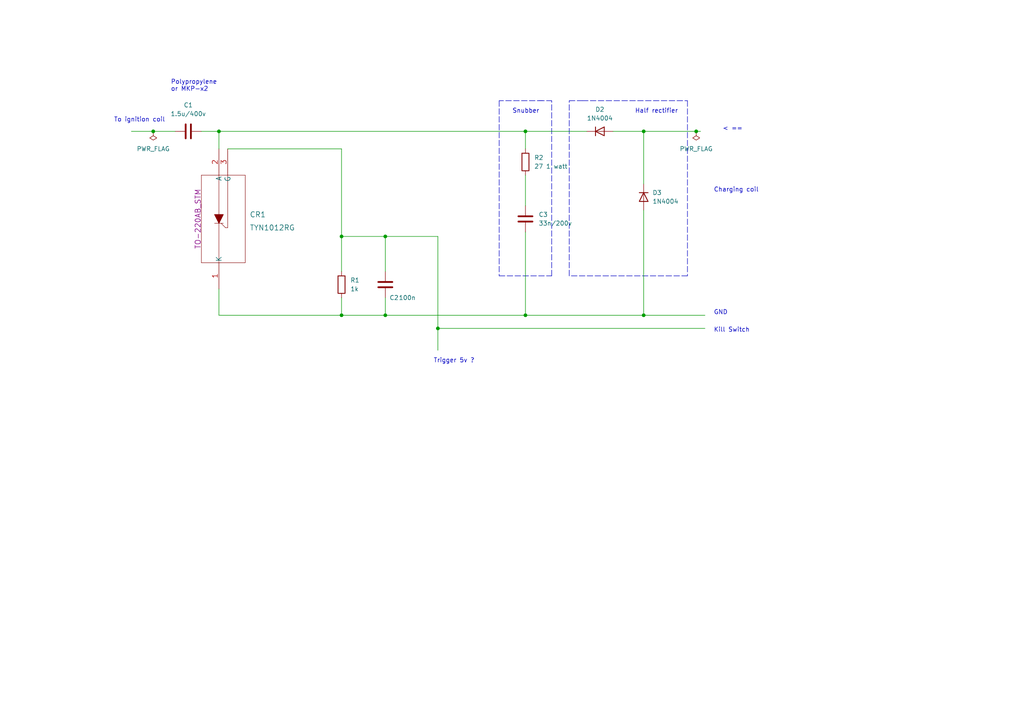
<source format=kicad_sch>
(kicad_sch (version 20211123) (generator eeschema)
  (paper "A4")
  (lib_symbols
    (symbol "2022-06-06_22-20-36:TYN1012RG" (pin_names (offset 0.254))
      (property "Reference" "CR" (at 20.32 10.16 0))
      (property "Value" "TYN1012RG" (at 20.32 7.62 0))
      (symbol "TYN1012RG_1_1"
        (polyline (pts (xy 7.62 -7.62) (xy 33.02 -7.62)) (stroke (width 0.127)))
        (polyline (pts (xy 7.62 5.08) (xy 7.62 -7.62)) (stroke (width 0.127)))
        (polyline (pts (xy 17.78 -1.905) (xy 17.78 -2.54)) (stroke (width 0.127)))
        (polyline (pts (xy 19.05 -0.635) (xy 17.78 -1.905)) (stroke (width 0.127)))
        (polyline (pts (xy 19.05 0) (xy 21.59 1.27)) (stroke (width 0.127)))
        (polyline (pts (xy 19.05 1.27) (xy 19.05 -1.27)) (stroke (width 0.127)))
        (polyline (pts (xy 21.59 -1.27) (xy 19.05 0)) (stroke (width 0.127)))
        (polyline (pts (xy 21.59 1.27) (xy 21.59 -1.27)) (stroke (width 0.127)))
        (polyline (pts (xy 33.02 -7.62) (xy 33.02 5.08)) (stroke (width 0.127)))
        (polyline (pts (xy 33.02 -2.54) (xy 17.78 -2.54)) (stroke (width 0.127)))
        (polyline (pts (xy 33.02 0) (xy 7.62 0)) (stroke (width 0.127)))
        (polyline (pts (xy 33.02 5.08) (xy 7.62 5.08)) (stroke (width 0.127)))
        (polyline (pts (xy 19.05 0) (xy 21.59 1.27) (xy 21.59 -1.27) (xy 19.05 0)) (fill (type outline)))
        (pin unspecified line (at 0 0 0) (length 7.62) (name "K") (number "1"))
        (pin unspecified line (at 40.64 0 180) (length 7.62) (name "A") (number "2"))
        (pin unspecified line (at 40.64 -2.54 180) (length 7.62) (name "G") (number "3"))
      )
    )
    (symbol "Device:C" (pin_numbers hide) (pin_names (offset 0.254))
      (property "Reference" "C" (at 0.635 2.54 0))
      (property "Value" "C" (at 0.635 -2.54 0))
      (symbol "C_0_1"
        (polyline (pts (xy -2.032 -0.762) (xy 2.032 -0.762)) (stroke (width 0.508)))
        (polyline (pts (xy -2.032 0.762) (xy 2.032 0.762)) (stroke (width 0.508)))
      )
      (symbol "C_1_1"
        (pin passive line (at 0 3.81 270) (length 2.794) (name "~") (number "1"))
        (pin passive line (at 0 -3.81 90) (length 2.794) (name "~") (number "2"))
      )
    )
    (symbol "Device:R" (pin_numbers hide) (pin_names (offset 0))
      (property "Reference" "R" (at 2.032 0 90))
      (property "Value" "R" (at 0 0 90))
      (symbol "R_0_1"
        (rectangle (start -1.016 -2.54) (end 1.016 2.54) (stroke (width 0.254)))
      )
      (symbol "R_1_1"
        (pin passive line (at 0 3.81 270) (length 1.27) (name "~") (number "1"))
        (pin passive line (at 0 -3.81 90) (length 1.27) (name "~") (number "2"))
      )
    )
    (symbol "Diode:1N4004" (pin_numbers hide) (pin_names (offset 1.016) hide)
      (property "Reference" "D" (at 0 2.54 0))
      (property "Value" "1N4004" (at 0 -2.54 0))
      (symbol "1N4004_0_1"
        (polyline (pts (xy -1.27 1.27) (xy -1.27 -1.27)) (stroke (width 0.254)))
        (polyline (pts (xy 1.27 0) (xy -1.27 0)))
        (polyline (pts (xy 1.27 1.27) (xy 1.27 -1.27) (xy -1.27 0) (xy 1.27 1.27)) (stroke (width 0.254)))
      )
      (symbol "1N4004_1_1"
        (pin passive line (at -3.81 0 0) (length 2.54) (name "K") (number "1"))
        (pin passive line (at 3.81 0 180) (length 2.54) (name "A") (number "2"))
      )
    )
    (symbol "power:PWR_FLAG" (power) (pin_numbers hide) (pin_names (offset 0) hide)
      (property "Value" "PWR_FLAG" (at 0 3.81 0))
      (symbol "PWR_FLAG_0_0"
        (pin power_out line (at 0 0 90) (length 0) (name "pwr") (number "1"))
      )
      (symbol "PWR_FLAG_0_1"
        (polyline (pts (xy 0 0) (xy 0 1.27) (xy -1.016 1.905) (xy 0 2.54) (xy 1.016 1.905) (xy 0 1.27)))
      )
    )
  )
  (junction (at 201.93 38.1))
  (junction (at 186.69 91.44))
  (junction (at 127 95.25))
  (junction (at 111.76 68.58))
  (junction (at 63.5 38.1))
  (junction (at 44.45 38.1))
  (junction (at 186.69 38.1))
  (junction (at 99.06 68.58))
  (junction (at 111.76 91.44))
  (junction (at 152.4 38.1))
  (junction (at 99.06 91.44))
  (junction (at 152.4 91.44))
  (wire (pts (xy 99.06 68.58) (xy 111.76 68.58)))
  (polyline (pts (xy 199.39 80.01) (xy 165.1 80.01)))
  (polyline (pts (xy 156.21 29.21) (xy 160.02 29.21)))
  (wire (pts (xy 99.06 86.36) (xy 99.06 91.44)))
  (wire (pts (xy 127 95.25) (xy 204.47 95.25)))
  (wire (pts (xy 66.04 43.18) (xy 99.06 43.18)))
  (polyline (pts (xy 199.39 29.21) (xy 199.39 80.01)))
  (wire (pts (xy 111.76 91.44) (xy 152.4 91.44)))
  (polyline (pts (xy 160.02 80.01) (xy 160.02 29.21)))
  (polyline (pts (xy 165.1 29.21) (xy 168.91 29.21)))
  (wire (pts (xy 201.93 38.1) (xy 203.2 38.1)))
  (wire (pts (xy 127 68.58) (xy 127 95.25)))
  (wire (pts (xy 111.76 86.36) (xy 111.76 91.44)))
  (polyline (pts (xy 168.91 29.21) (xy 199.39 29.21)))
  (wire (pts (xy 186.69 60.96) (xy 186.69 91.44)))
  (wire (pts (xy 152.4 38.1) (xy 170.18 38.1)))
  (wire (pts (xy 99.06 68.58) (xy 99.06 78.74)))
  (wire (pts (xy 63.5 38.1) (xy 63.5 43.18)))
  (wire (pts (xy 127 95.25) (xy 127 101.6)))
  (wire (pts (xy 186.69 91.44) (xy 204.47 91.44)))
  (wire (pts (xy 186.69 38.1) (xy 186.69 53.34)))
  (wire (pts (xy 186.69 38.1) (xy 201.93 38.1)))
  (wire (pts (xy 177.8 38.1) (xy 186.69 38.1)))
  (wire (pts (xy 186.69 91.44) (xy 152.4 91.44)))
  (wire (pts (xy 152.4 67.31) (xy 152.4 91.44)))
  (wire (pts (xy 44.45 38.1) (xy 50.8 38.1)))
  (polyline (pts (xy 165.1 80.01) (xy 165.1 29.21)))
  (wire (pts (xy 99.06 91.44) (xy 111.76 91.44)))
  (wire (pts (xy 63.5 91.44) (xy 99.06 91.44)))
  (polyline (pts (xy 144.78 80.01) (xy 160.02 80.01)))
  (wire (pts (xy 99.06 43.18) (xy 99.06 68.58)))
  (wire (pts (xy 63.5 38.1) (xy 152.4 38.1)))
  (wire (pts (xy 152.4 38.1) (xy 152.4 43.18)))
  (wire (pts (xy 111.76 68.58) (xy 111.76 78.74)))
  (polyline (pts (xy 144.78 29.21) (xy 144.78 80.01)))
  (wire (pts (xy 38.1 38.1) (xy 44.45 38.1)))
  (wire (pts (xy 152.4 50.8) (xy 152.4 59.69)))
  (wire (pts (xy 58.42 38.1) (xy 63.5 38.1)))
  (polyline (pts (xy 157.48 29.21) (xy 144.78 29.21)))
  (wire (pts (xy 111.76 68.58) (xy 127 68.58)))
  (wire (pts (xy 63.5 83.82) (xy 63.5 91.44)))
  (text "Trigger 5v ?" (at 125.73 105.41 0) (effects (font (size 1.27 1.27)) (justify left bottom)))
  (text "Half rectifier" (at 184.15 33.02 0) (effects (font (size 1.27 1.27)) (justify left bottom)))
  (text "< ==" (at 209.55 38.1 0) (effects (font (size 1.27 1.27)) (justify left bottom)))
  (text "To ignition coil" (at 33.02 35.56 0) (effects (font (size 1.27 1.27)) (justify left bottom)))
  (text "Polypropylene\nor MKP-x2\n" (at 49.53 26.67 0) (effects (font (size 1.27 1.27)) (justify left bottom)))
  (text "Kill Switch" (at 207.01 96.52 0) (effects (font (size 1.27 1.27)) (justify left bottom)))
  (text "Snubber" (at 148.59 33.02 0) (effects (font (size 1.27 1.27)) (justify left bottom)))
  (text "Charging coil" (at 207.01 55.88 0) (effects (font (size 1.27 1.27)) (justify left bottom)))
  (text "GND" (at 207.01 91.44 0) (effects (font (size 1.27 1.27)) (justify left bottom)))
  (symbol (lib_id "Device:C") (at 111.76 82.55 0) (unit 1)
    (property "Reference" "C2" (at 114.3 86.36 0))
    (property "Value" "100n" (at 118.11 86.36 0))
  )
  (symbol (lib_id "Device:R") (at 99.06 82.55 0) (unit 1)
    (property "Reference" "R1" (at 101.6 81.2799 0) (effects (justify left)))
    (property "Value" "1k" (at 101.6 83.8199 0) (effects (justify left)))
  )
  (symbol (lib_id "power:PWR_FLAG") (at 44.45 38.1 180) (unit 1)
    (property "Reference" "#FLG0102" (effects hide))
    (property "Value" "PWR_FLAG" (at 44.45 43.18 0))
  )
  (symbol (lib_id "power:PWR_FLAG") (at 201.93 38.1 180) (unit 1)
    (property "Reference" "#FLG0101" (effects hide))
    (property "Value" "PWR_FLAG" (at 201.93 43.18 0))
  )
  (symbol (lib_id "Diode:1N4004") (at 186.69 57.15 270) (unit 1)
    (property "Reference" "D3" (at 189.23 55.8799 90) (effects (justify left)))
    (property "Value" "1N4004" (at 189.23 58.4199 90) (effects (justify left)))
    (property "Footprint" "Diode_THT:D_DO-41_SOD81_P10.16mm_Horizontal" (effects hide))
    (property "Datasheet" "http://www.vishay.com/docs/88503/1n4001.pdf" (effects hide))
  )
  (symbol (lib_id "Device:C") (at 54.61 38.1 270) (unit 1)
    (property "Reference" "C1" (at 54.61 30.48 90))
    (property "Value" "1.5u{slash}400v" (at 54.61 33.02 90))
  )
  (symbol (lib_id "Device:C") (at 152.4 63.5 0) (unit 1)
    (property "Reference" "C3" (at 156.21 62.2299 0) (effects (justify left)))
    (property "Value" "33n{slash}200v" (at 156.21 64.7699 0) (effects (justify left)))
  )
  (symbol (lib_id "Device:R") (at 152.4 46.99 0) (unit 1)
    (property "Reference" "R2" (at 154.94 45.7199 0) (effects (justify left)))
    (property "Value" "27 1 watt" (at 154.94 48.2599 0) (effects (justify left)))
  )
  (symbol (lib_id "Diode:1N4004") (at 173.99 38.1 0) (unit 1)
    (property "Reference" "D2" (at 173.99 31.75 0))
    (property "Value" "1N4004" (at 173.99 34.29 0))
    (property "Footprint" "Diode_THT:D_DO-41_SOD81_P10.16mm_Horizontal" (effects hide))
    (property "Datasheet" "http://www.vishay.com/docs/88503/1n4001.pdf" (effects hide))
  )
  (symbol (lib_id "2022-06-06_22-20-36:TYN1012RG") (at 63.5 83.82 90) (unit 1)
    (property "Reference" "CR1" (at 72.39 62.23 90) (effects (font (size 1.524 1.524)) (justify right)))
    (property "Value" "TYN1012RG" (at 72.39 66.04 90) (effects (font (size 1.524 1.524)) (justify right)))
    (property "Footprint" "TO-220AB_STM" (at 57.404 63.5 0) (effects (font (size 1.524 1.524))))
  )
)
</source>
